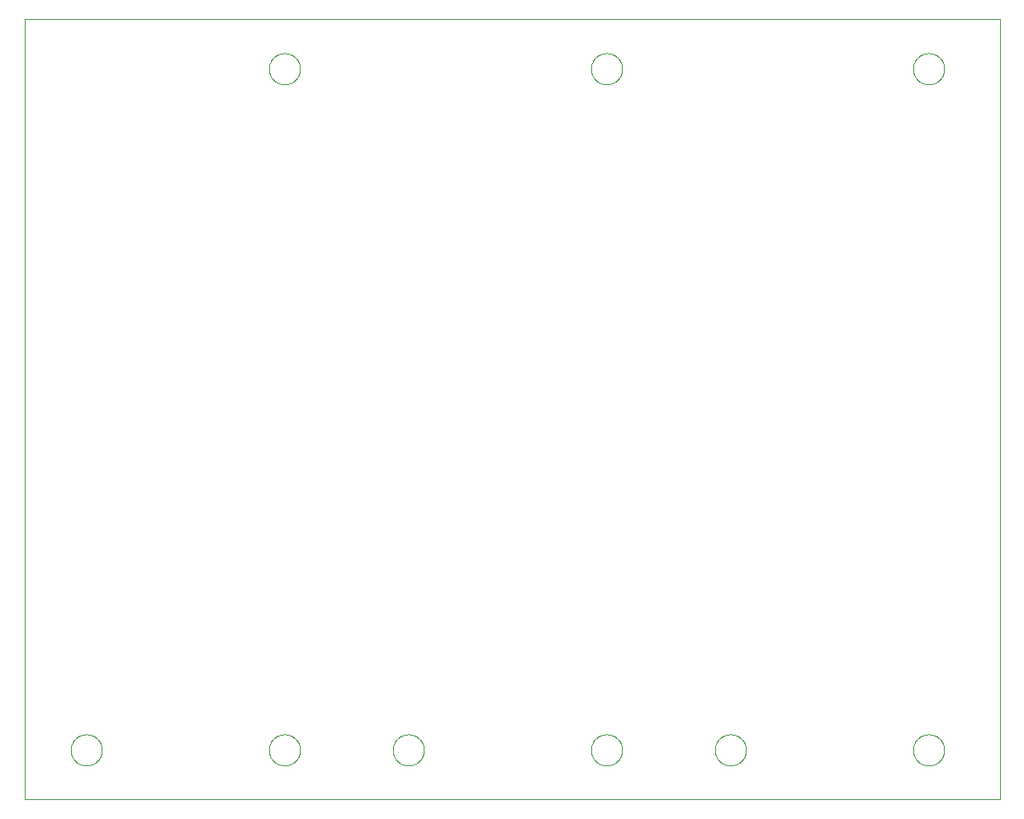
<source format=gtp>
G75*
%MOIN*%
%OFA0B0*%
%FSLAX25Y25*%
%IPPOS*%
%LPD*%
%AMOC8*
5,1,8,0,0,1.08239X$1,22.5*
%
%ADD10C,0.00000*%
D10*
X0001000Y0003000D02*
X0001000Y0317961D01*
X0394701Y0317961D01*
X0394701Y0003000D01*
X0001000Y0003000D01*
X0019701Y0023000D02*
X0019703Y0023158D01*
X0019709Y0023316D01*
X0019719Y0023474D01*
X0019733Y0023632D01*
X0019751Y0023789D01*
X0019772Y0023946D01*
X0019798Y0024102D01*
X0019828Y0024258D01*
X0019861Y0024413D01*
X0019899Y0024566D01*
X0019940Y0024719D01*
X0019985Y0024871D01*
X0020034Y0025022D01*
X0020087Y0025171D01*
X0020143Y0025319D01*
X0020203Y0025465D01*
X0020267Y0025610D01*
X0020335Y0025753D01*
X0020406Y0025895D01*
X0020480Y0026035D01*
X0020558Y0026172D01*
X0020640Y0026308D01*
X0020724Y0026442D01*
X0020813Y0026573D01*
X0020904Y0026702D01*
X0020999Y0026829D01*
X0021096Y0026954D01*
X0021197Y0027076D01*
X0021301Y0027195D01*
X0021408Y0027312D01*
X0021518Y0027426D01*
X0021631Y0027537D01*
X0021746Y0027646D01*
X0021864Y0027751D01*
X0021985Y0027853D01*
X0022108Y0027953D01*
X0022234Y0028049D01*
X0022362Y0028142D01*
X0022492Y0028232D01*
X0022625Y0028318D01*
X0022760Y0028402D01*
X0022896Y0028481D01*
X0023035Y0028558D01*
X0023176Y0028630D01*
X0023318Y0028700D01*
X0023462Y0028765D01*
X0023608Y0028827D01*
X0023755Y0028885D01*
X0023904Y0028940D01*
X0024054Y0028991D01*
X0024205Y0029038D01*
X0024357Y0029081D01*
X0024510Y0029120D01*
X0024665Y0029156D01*
X0024820Y0029187D01*
X0024976Y0029215D01*
X0025132Y0029239D01*
X0025289Y0029259D01*
X0025447Y0029275D01*
X0025604Y0029287D01*
X0025763Y0029295D01*
X0025921Y0029299D01*
X0026079Y0029299D01*
X0026237Y0029295D01*
X0026396Y0029287D01*
X0026553Y0029275D01*
X0026711Y0029259D01*
X0026868Y0029239D01*
X0027024Y0029215D01*
X0027180Y0029187D01*
X0027335Y0029156D01*
X0027490Y0029120D01*
X0027643Y0029081D01*
X0027795Y0029038D01*
X0027946Y0028991D01*
X0028096Y0028940D01*
X0028245Y0028885D01*
X0028392Y0028827D01*
X0028538Y0028765D01*
X0028682Y0028700D01*
X0028824Y0028630D01*
X0028965Y0028558D01*
X0029104Y0028481D01*
X0029240Y0028402D01*
X0029375Y0028318D01*
X0029508Y0028232D01*
X0029638Y0028142D01*
X0029766Y0028049D01*
X0029892Y0027953D01*
X0030015Y0027853D01*
X0030136Y0027751D01*
X0030254Y0027646D01*
X0030369Y0027537D01*
X0030482Y0027426D01*
X0030592Y0027312D01*
X0030699Y0027195D01*
X0030803Y0027076D01*
X0030904Y0026954D01*
X0031001Y0026829D01*
X0031096Y0026702D01*
X0031187Y0026573D01*
X0031276Y0026442D01*
X0031360Y0026308D01*
X0031442Y0026172D01*
X0031520Y0026035D01*
X0031594Y0025895D01*
X0031665Y0025753D01*
X0031733Y0025610D01*
X0031797Y0025465D01*
X0031857Y0025319D01*
X0031913Y0025171D01*
X0031966Y0025022D01*
X0032015Y0024871D01*
X0032060Y0024719D01*
X0032101Y0024566D01*
X0032139Y0024413D01*
X0032172Y0024258D01*
X0032202Y0024102D01*
X0032228Y0023946D01*
X0032249Y0023789D01*
X0032267Y0023632D01*
X0032281Y0023474D01*
X0032291Y0023316D01*
X0032297Y0023158D01*
X0032299Y0023000D01*
X0032297Y0022842D01*
X0032291Y0022684D01*
X0032281Y0022526D01*
X0032267Y0022368D01*
X0032249Y0022211D01*
X0032228Y0022054D01*
X0032202Y0021898D01*
X0032172Y0021742D01*
X0032139Y0021587D01*
X0032101Y0021434D01*
X0032060Y0021281D01*
X0032015Y0021129D01*
X0031966Y0020978D01*
X0031913Y0020829D01*
X0031857Y0020681D01*
X0031797Y0020535D01*
X0031733Y0020390D01*
X0031665Y0020247D01*
X0031594Y0020105D01*
X0031520Y0019965D01*
X0031442Y0019828D01*
X0031360Y0019692D01*
X0031276Y0019558D01*
X0031187Y0019427D01*
X0031096Y0019298D01*
X0031001Y0019171D01*
X0030904Y0019046D01*
X0030803Y0018924D01*
X0030699Y0018805D01*
X0030592Y0018688D01*
X0030482Y0018574D01*
X0030369Y0018463D01*
X0030254Y0018354D01*
X0030136Y0018249D01*
X0030015Y0018147D01*
X0029892Y0018047D01*
X0029766Y0017951D01*
X0029638Y0017858D01*
X0029508Y0017768D01*
X0029375Y0017682D01*
X0029240Y0017598D01*
X0029104Y0017519D01*
X0028965Y0017442D01*
X0028824Y0017370D01*
X0028682Y0017300D01*
X0028538Y0017235D01*
X0028392Y0017173D01*
X0028245Y0017115D01*
X0028096Y0017060D01*
X0027946Y0017009D01*
X0027795Y0016962D01*
X0027643Y0016919D01*
X0027490Y0016880D01*
X0027335Y0016844D01*
X0027180Y0016813D01*
X0027024Y0016785D01*
X0026868Y0016761D01*
X0026711Y0016741D01*
X0026553Y0016725D01*
X0026396Y0016713D01*
X0026237Y0016705D01*
X0026079Y0016701D01*
X0025921Y0016701D01*
X0025763Y0016705D01*
X0025604Y0016713D01*
X0025447Y0016725D01*
X0025289Y0016741D01*
X0025132Y0016761D01*
X0024976Y0016785D01*
X0024820Y0016813D01*
X0024665Y0016844D01*
X0024510Y0016880D01*
X0024357Y0016919D01*
X0024205Y0016962D01*
X0024054Y0017009D01*
X0023904Y0017060D01*
X0023755Y0017115D01*
X0023608Y0017173D01*
X0023462Y0017235D01*
X0023318Y0017300D01*
X0023176Y0017370D01*
X0023035Y0017442D01*
X0022896Y0017519D01*
X0022760Y0017598D01*
X0022625Y0017682D01*
X0022492Y0017768D01*
X0022362Y0017858D01*
X0022234Y0017951D01*
X0022108Y0018047D01*
X0021985Y0018147D01*
X0021864Y0018249D01*
X0021746Y0018354D01*
X0021631Y0018463D01*
X0021518Y0018574D01*
X0021408Y0018688D01*
X0021301Y0018805D01*
X0021197Y0018924D01*
X0021096Y0019046D01*
X0020999Y0019171D01*
X0020904Y0019298D01*
X0020813Y0019427D01*
X0020724Y0019558D01*
X0020640Y0019692D01*
X0020558Y0019828D01*
X0020480Y0019965D01*
X0020406Y0020105D01*
X0020335Y0020247D01*
X0020267Y0020390D01*
X0020203Y0020535D01*
X0020143Y0020681D01*
X0020087Y0020829D01*
X0020034Y0020978D01*
X0019985Y0021129D01*
X0019940Y0021281D01*
X0019899Y0021434D01*
X0019861Y0021587D01*
X0019828Y0021742D01*
X0019798Y0021898D01*
X0019772Y0022054D01*
X0019751Y0022211D01*
X0019733Y0022368D01*
X0019719Y0022526D01*
X0019709Y0022684D01*
X0019703Y0022842D01*
X0019701Y0023000D01*
X0099701Y0023000D02*
X0099703Y0023158D01*
X0099709Y0023316D01*
X0099719Y0023474D01*
X0099733Y0023632D01*
X0099751Y0023789D01*
X0099772Y0023946D01*
X0099798Y0024102D01*
X0099828Y0024258D01*
X0099861Y0024413D01*
X0099899Y0024566D01*
X0099940Y0024719D01*
X0099985Y0024871D01*
X0100034Y0025022D01*
X0100087Y0025171D01*
X0100143Y0025319D01*
X0100203Y0025465D01*
X0100267Y0025610D01*
X0100335Y0025753D01*
X0100406Y0025895D01*
X0100480Y0026035D01*
X0100558Y0026172D01*
X0100640Y0026308D01*
X0100724Y0026442D01*
X0100813Y0026573D01*
X0100904Y0026702D01*
X0100999Y0026829D01*
X0101096Y0026954D01*
X0101197Y0027076D01*
X0101301Y0027195D01*
X0101408Y0027312D01*
X0101518Y0027426D01*
X0101631Y0027537D01*
X0101746Y0027646D01*
X0101864Y0027751D01*
X0101985Y0027853D01*
X0102108Y0027953D01*
X0102234Y0028049D01*
X0102362Y0028142D01*
X0102492Y0028232D01*
X0102625Y0028318D01*
X0102760Y0028402D01*
X0102896Y0028481D01*
X0103035Y0028558D01*
X0103176Y0028630D01*
X0103318Y0028700D01*
X0103462Y0028765D01*
X0103608Y0028827D01*
X0103755Y0028885D01*
X0103904Y0028940D01*
X0104054Y0028991D01*
X0104205Y0029038D01*
X0104357Y0029081D01*
X0104510Y0029120D01*
X0104665Y0029156D01*
X0104820Y0029187D01*
X0104976Y0029215D01*
X0105132Y0029239D01*
X0105289Y0029259D01*
X0105447Y0029275D01*
X0105604Y0029287D01*
X0105763Y0029295D01*
X0105921Y0029299D01*
X0106079Y0029299D01*
X0106237Y0029295D01*
X0106396Y0029287D01*
X0106553Y0029275D01*
X0106711Y0029259D01*
X0106868Y0029239D01*
X0107024Y0029215D01*
X0107180Y0029187D01*
X0107335Y0029156D01*
X0107490Y0029120D01*
X0107643Y0029081D01*
X0107795Y0029038D01*
X0107946Y0028991D01*
X0108096Y0028940D01*
X0108245Y0028885D01*
X0108392Y0028827D01*
X0108538Y0028765D01*
X0108682Y0028700D01*
X0108824Y0028630D01*
X0108965Y0028558D01*
X0109104Y0028481D01*
X0109240Y0028402D01*
X0109375Y0028318D01*
X0109508Y0028232D01*
X0109638Y0028142D01*
X0109766Y0028049D01*
X0109892Y0027953D01*
X0110015Y0027853D01*
X0110136Y0027751D01*
X0110254Y0027646D01*
X0110369Y0027537D01*
X0110482Y0027426D01*
X0110592Y0027312D01*
X0110699Y0027195D01*
X0110803Y0027076D01*
X0110904Y0026954D01*
X0111001Y0026829D01*
X0111096Y0026702D01*
X0111187Y0026573D01*
X0111276Y0026442D01*
X0111360Y0026308D01*
X0111442Y0026172D01*
X0111520Y0026035D01*
X0111594Y0025895D01*
X0111665Y0025753D01*
X0111733Y0025610D01*
X0111797Y0025465D01*
X0111857Y0025319D01*
X0111913Y0025171D01*
X0111966Y0025022D01*
X0112015Y0024871D01*
X0112060Y0024719D01*
X0112101Y0024566D01*
X0112139Y0024413D01*
X0112172Y0024258D01*
X0112202Y0024102D01*
X0112228Y0023946D01*
X0112249Y0023789D01*
X0112267Y0023632D01*
X0112281Y0023474D01*
X0112291Y0023316D01*
X0112297Y0023158D01*
X0112299Y0023000D01*
X0112297Y0022842D01*
X0112291Y0022684D01*
X0112281Y0022526D01*
X0112267Y0022368D01*
X0112249Y0022211D01*
X0112228Y0022054D01*
X0112202Y0021898D01*
X0112172Y0021742D01*
X0112139Y0021587D01*
X0112101Y0021434D01*
X0112060Y0021281D01*
X0112015Y0021129D01*
X0111966Y0020978D01*
X0111913Y0020829D01*
X0111857Y0020681D01*
X0111797Y0020535D01*
X0111733Y0020390D01*
X0111665Y0020247D01*
X0111594Y0020105D01*
X0111520Y0019965D01*
X0111442Y0019828D01*
X0111360Y0019692D01*
X0111276Y0019558D01*
X0111187Y0019427D01*
X0111096Y0019298D01*
X0111001Y0019171D01*
X0110904Y0019046D01*
X0110803Y0018924D01*
X0110699Y0018805D01*
X0110592Y0018688D01*
X0110482Y0018574D01*
X0110369Y0018463D01*
X0110254Y0018354D01*
X0110136Y0018249D01*
X0110015Y0018147D01*
X0109892Y0018047D01*
X0109766Y0017951D01*
X0109638Y0017858D01*
X0109508Y0017768D01*
X0109375Y0017682D01*
X0109240Y0017598D01*
X0109104Y0017519D01*
X0108965Y0017442D01*
X0108824Y0017370D01*
X0108682Y0017300D01*
X0108538Y0017235D01*
X0108392Y0017173D01*
X0108245Y0017115D01*
X0108096Y0017060D01*
X0107946Y0017009D01*
X0107795Y0016962D01*
X0107643Y0016919D01*
X0107490Y0016880D01*
X0107335Y0016844D01*
X0107180Y0016813D01*
X0107024Y0016785D01*
X0106868Y0016761D01*
X0106711Y0016741D01*
X0106553Y0016725D01*
X0106396Y0016713D01*
X0106237Y0016705D01*
X0106079Y0016701D01*
X0105921Y0016701D01*
X0105763Y0016705D01*
X0105604Y0016713D01*
X0105447Y0016725D01*
X0105289Y0016741D01*
X0105132Y0016761D01*
X0104976Y0016785D01*
X0104820Y0016813D01*
X0104665Y0016844D01*
X0104510Y0016880D01*
X0104357Y0016919D01*
X0104205Y0016962D01*
X0104054Y0017009D01*
X0103904Y0017060D01*
X0103755Y0017115D01*
X0103608Y0017173D01*
X0103462Y0017235D01*
X0103318Y0017300D01*
X0103176Y0017370D01*
X0103035Y0017442D01*
X0102896Y0017519D01*
X0102760Y0017598D01*
X0102625Y0017682D01*
X0102492Y0017768D01*
X0102362Y0017858D01*
X0102234Y0017951D01*
X0102108Y0018047D01*
X0101985Y0018147D01*
X0101864Y0018249D01*
X0101746Y0018354D01*
X0101631Y0018463D01*
X0101518Y0018574D01*
X0101408Y0018688D01*
X0101301Y0018805D01*
X0101197Y0018924D01*
X0101096Y0019046D01*
X0100999Y0019171D01*
X0100904Y0019298D01*
X0100813Y0019427D01*
X0100724Y0019558D01*
X0100640Y0019692D01*
X0100558Y0019828D01*
X0100480Y0019965D01*
X0100406Y0020105D01*
X0100335Y0020247D01*
X0100267Y0020390D01*
X0100203Y0020535D01*
X0100143Y0020681D01*
X0100087Y0020829D01*
X0100034Y0020978D01*
X0099985Y0021129D01*
X0099940Y0021281D01*
X0099899Y0021434D01*
X0099861Y0021587D01*
X0099828Y0021742D01*
X0099798Y0021898D01*
X0099772Y0022054D01*
X0099751Y0022211D01*
X0099733Y0022368D01*
X0099719Y0022526D01*
X0099709Y0022684D01*
X0099703Y0022842D01*
X0099701Y0023000D01*
X0149701Y0023000D02*
X0149703Y0023158D01*
X0149709Y0023316D01*
X0149719Y0023474D01*
X0149733Y0023632D01*
X0149751Y0023789D01*
X0149772Y0023946D01*
X0149798Y0024102D01*
X0149828Y0024258D01*
X0149861Y0024413D01*
X0149899Y0024566D01*
X0149940Y0024719D01*
X0149985Y0024871D01*
X0150034Y0025022D01*
X0150087Y0025171D01*
X0150143Y0025319D01*
X0150203Y0025465D01*
X0150267Y0025610D01*
X0150335Y0025753D01*
X0150406Y0025895D01*
X0150480Y0026035D01*
X0150558Y0026172D01*
X0150640Y0026308D01*
X0150724Y0026442D01*
X0150813Y0026573D01*
X0150904Y0026702D01*
X0150999Y0026829D01*
X0151096Y0026954D01*
X0151197Y0027076D01*
X0151301Y0027195D01*
X0151408Y0027312D01*
X0151518Y0027426D01*
X0151631Y0027537D01*
X0151746Y0027646D01*
X0151864Y0027751D01*
X0151985Y0027853D01*
X0152108Y0027953D01*
X0152234Y0028049D01*
X0152362Y0028142D01*
X0152492Y0028232D01*
X0152625Y0028318D01*
X0152760Y0028402D01*
X0152896Y0028481D01*
X0153035Y0028558D01*
X0153176Y0028630D01*
X0153318Y0028700D01*
X0153462Y0028765D01*
X0153608Y0028827D01*
X0153755Y0028885D01*
X0153904Y0028940D01*
X0154054Y0028991D01*
X0154205Y0029038D01*
X0154357Y0029081D01*
X0154510Y0029120D01*
X0154665Y0029156D01*
X0154820Y0029187D01*
X0154976Y0029215D01*
X0155132Y0029239D01*
X0155289Y0029259D01*
X0155447Y0029275D01*
X0155604Y0029287D01*
X0155763Y0029295D01*
X0155921Y0029299D01*
X0156079Y0029299D01*
X0156237Y0029295D01*
X0156396Y0029287D01*
X0156553Y0029275D01*
X0156711Y0029259D01*
X0156868Y0029239D01*
X0157024Y0029215D01*
X0157180Y0029187D01*
X0157335Y0029156D01*
X0157490Y0029120D01*
X0157643Y0029081D01*
X0157795Y0029038D01*
X0157946Y0028991D01*
X0158096Y0028940D01*
X0158245Y0028885D01*
X0158392Y0028827D01*
X0158538Y0028765D01*
X0158682Y0028700D01*
X0158824Y0028630D01*
X0158965Y0028558D01*
X0159104Y0028481D01*
X0159240Y0028402D01*
X0159375Y0028318D01*
X0159508Y0028232D01*
X0159638Y0028142D01*
X0159766Y0028049D01*
X0159892Y0027953D01*
X0160015Y0027853D01*
X0160136Y0027751D01*
X0160254Y0027646D01*
X0160369Y0027537D01*
X0160482Y0027426D01*
X0160592Y0027312D01*
X0160699Y0027195D01*
X0160803Y0027076D01*
X0160904Y0026954D01*
X0161001Y0026829D01*
X0161096Y0026702D01*
X0161187Y0026573D01*
X0161276Y0026442D01*
X0161360Y0026308D01*
X0161442Y0026172D01*
X0161520Y0026035D01*
X0161594Y0025895D01*
X0161665Y0025753D01*
X0161733Y0025610D01*
X0161797Y0025465D01*
X0161857Y0025319D01*
X0161913Y0025171D01*
X0161966Y0025022D01*
X0162015Y0024871D01*
X0162060Y0024719D01*
X0162101Y0024566D01*
X0162139Y0024413D01*
X0162172Y0024258D01*
X0162202Y0024102D01*
X0162228Y0023946D01*
X0162249Y0023789D01*
X0162267Y0023632D01*
X0162281Y0023474D01*
X0162291Y0023316D01*
X0162297Y0023158D01*
X0162299Y0023000D01*
X0162297Y0022842D01*
X0162291Y0022684D01*
X0162281Y0022526D01*
X0162267Y0022368D01*
X0162249Y0022211D01*
X0162228Y0022054D01*
X0162202Y0021898D01*
X0162172Y0021742D01*
X0162139Y0021587D01*
X0162101Y0021434D01*
X0162060Y0021281D01*
X0162015Y0021129D01*
X0161966Y0020978D01*
X0161913Y0020829D01*
X0161857Y0020681D01*
X0161797Y0020535D01*
X0161733Y0020390D01*
X0161665Y0020247D01*
X0161594Y0020105D01*
X0161520Y0019965D01*
X0161442Y0019828D01*
X0161360Y0019692D01*
X0161276Y0019558D01*
X0161187Y0019427D01*
X0161096Y0019298D01*
X0161001Y0019171D01*
X0160904Y0019046D01*
X0160803Y0018924D01*
X0160699Y0018805D01*
X0160592Y0018688D01*
X0160482Y0018574D01*
X0160369Y0018463D01*
X0160254Y0018354D01*
X0160136Y0018249D01*
X0160015Y0018147D01*
X0159892Y0018047D01*
X0159766Y0017951D01*
X0159638Y0017858D01*
X0159508Y0017768D01*
X0159375Y0017682D01*
X0159240Y0017598D01*
X0159104Y0017519D01*
X0158965Y0017442D01*
X0158824Y0017370D01*
X0158682Y0017300D01*
X0158538Y0017235D01*
X0158392Y0017173D01*
X0158245Y0017115D01*
X0158096Y0017060D01*
X0157946Y0017009D01*
X0157795Y0016962D01*
X0157643Y0016919D01*
X0157490Y0016880D01*
X0157335Y0016844D01*
X0157180Y0016813D01*
X0157024Y0016785D01*
X0156868Y0016761D01*
X0156711Y0016741D01*
X0156553Y0016725D01*
X0156396Y0016713D01*
X0156237Y0016705D01*
X0156079Y0016701D01*
X0155921Y0016701D01*
X0155763Y0016705D01*
X0155604Y0016713D01*
X0155447Y0016725D01*
X0155289Y0016741D01*
X0155132Y0016761D01*
X0154976Y0016785D01*
X0154820Y0016813D01*
X0154665Y0016844D01*
X0154510Y0016880D01*
X0154357Y0016919D01*
X0154205Y0016962D01*
X0154054Y0017009D01*
X0153904Y0017060D01*
X0153755Y0017115D01*
X0153608Y0017173D01*
X0153462Y0017235D01*
X0153318Y0017300D01*
X0153176Y0017370D01*
X0153035Y0017442D01*
X0152896Y0017519D01*
X0152760Y0017598D01*
X0152625Y0017682D01*
X0152492Y0017768D01*
X0152362Y0017858D01*
X0152234Y0017951D01*
X0152108Y0018047D01*
X0151985Y0018147D01*
X0151864Y0018249D01*
X0151746Y0018354D01*
X0151631Y0018463D01*
X0151518Y0018574D01*
X0151408Y0018688D01*
X0151301Y0018805D01*
X0151197Y0018924D01*
X0151096Y0019046D01*
X0150999Y0019171D01*
X0150904Y0019298D01*
X0150813Y0019427D01*
X0150724Y0019558D01*
X0150640Y0019692D01*
X0150558Y0019828D01*
X0150480Y0019965D01*
X0150406Y0020105D01*
X0150335Y0020247D01*
X0150267Y0020390D01*
X0150203Y0020535D01*
X0150143Y0020681D01*
X0150087Y0020829D01*
X0150034Y0020978D01*
X0149985Y0021129D01*
X0149940Y0021281D01*
X0149899Y0021434D01*
X0149861Y0021587D01*
X0149828Y0021742D01*
X0149798Y0021898D01*
X0149772Y0022054D01*
X0149751Y0022211D01*
X0149733Y0022368D01*
X0149719Y0022526D01*
X0149709Y0022684D01*
X0149703Y0022842D01*
X0149701Y0023000D01*
X0229701Y0023000D02*
X0229703Y0023158D01*
X0229709Y0023316D01*
X0229719Y0023474D01*
X0229733Y0023632D01*
X0229751Y0023789D01*
X0229772Y0023946D01*
X0229798Y0024102D01*
X0229828Y0024258D01*
X0229861Y0024413D01*
X0229899Y0024566D01*
X0229940Y0024719D01*
X0229985Y0024871D01*
X0230034Y0025022D01*
X0230087Y0025171D01*
X0230143Y0025319D01*
X0230203Y0025465D01*
X0230267Y0025610D01*
X0230335Y0025753D01*
X0230406Y0025895D01*
X0230480Y0026035D01*
X0230558Y0026172D01*
X0230640Y0026308D01*
X0230724Y0026442D01*
X0230813Y0026573D01*
X0230904Y0026702D01*
X0230999Y0026829D01*
X0231096Y0026954D01*
X0231197Y0027076D01*
X0231301Y0027195D01*
X0231408Y0027312D01*
X0231518Y0027426D01*
X0231631Y0027537D01*
X0231746Y0027646D01*
X0231864Y0027751D01*
X0231985Y0027853D01*
X0232108Y0027953D01*
X0232234Y0028049D01*
X0232362Y0028142D01*
X0232492Y0028232D01*
X0232625Y0028318D01*
X0232760Y0028402D01*
X0232896Y0028481D01*
X0233035Y0028558D01*
X0233176Y0028630D01*
X0233318Y0028700D01*
X0233462Y0028765D01*
X0233608Y0028827D01*
X0233755Y0028885D01*
X0233904Y0028940D01*
X0234054Y0028991D01*
X0234205Y0029038D01*
X0234357Y0029081D01*
X0234510Y0029120D01*
X0234665Y0029156D01*
X0234820Y0029187D01*
X0234976Y0029215D01*
X0235132Y0029239D01*
X0235289Y0029259D01*
X0235447Y0029275D01*
X0235604Y0029287D01*
X0235763Y0029295D01*
X0235921Y0029299D01*
X0236079Y0029299D01*
X0236237Y0029295D01*
X0236396Y0029287D01*
X0236553Y0029275D01*
X0236711Y0029259D01*
X0236868Y0029239D01*
X0237024Y0029215D01*
X0237180Y0029187D01*
X0237335Y0029156D01*
X0237490Y0029120D01*
X0237643Y0029081D01*
X0237795Y0029038D01*
X0237946Y0028991D01*
X0238096Y0028940D01*
X0238245Y0028885D01*
X0238392Y0028827D01*
X0238538Y0028765D01*
X0238682Y0028700D01*
X0238824Y0028630D01*
X0238965Y0028558D01*
X0239104Y0028481D01*
X0239240Y0028402D01*
X0239375Y0028318D01*
X0239508Y0028232D01*
X0239638Y0028142D01*
X0239766Y0028049D01*
X0239892Y0027953D01*
X0240015Y0027853D01*
X0240136Y0027751D01*
X0240254Y0027646D01*
X0240369Y0027537D01*
X0240482Y0027426D01*
X0240592Y0027312D01*
X0240699Y0027195D01*
X0240803Y0027076D01*
X0240904Y0026954D01*
X0241001Y0026829D01*
X0241096Y0026702D01*
X0241187Y0026573D01*
X0241276Y0026442D01*
X0241360Y0026308D01*
X0241442Y0026172D01*
X0241520Y0026035D01*
X0241594Y0025895D01*
X0241665Y0025753D01*
X0241733Y0025610D01*
X0241797Y0025465D01*
X0241857Y0025319D01*
X0241913Y0025171D01*
X0241966Y0025022D01*
X0242015Y0024871D01*
X0242060Y0024719D01*
X0242101Y0024566D01*
X0242139Y0024413D01*
X0242172Y0024258D01*
X0242202Y0024102D01*
X0242228Y0023946D01*
X0242249Y0023789D01*
X0242267Y0023632D01*
X0242281Y0023474D01*
X0242291Y0023316D01*
X0242297Y0023158D01*
X0242299Y0023000D01*
X0242297Y0022842D01*
X0242291Y0022684D01*
X0242281Y0022526D01*
X0242267Y0022368D01*
X0242249Y0022211D01*
X0242228Y0022054D01*
X0242202Y0021898D01*
X0242172Y0021742D01*
X0242139Y0021587D01*
X0242101Y0021434D01*
X0242060Y0021281D01*
X0242015Y0021129D01*
X0241966Y0020978D01*
X0241913Y0020829D01*
X0241857Y0020681D01*
X0241797Y0020535D01*
X0241733Y0020390D01*
X0241665Y0020247D01*
X0241594Y0020105D01*
X0241520Y0019965D01*
X0241442Y0019828D01*
X0241360Y0019692D01*
X0241276Y0019558D01*
X0241187Y0019427D01*
X0241096Y0019298D01*
X0241001Y0019171D01*
X0240904Y0019046D01*
X0240803Y0018924D01*
X0240699Y0018805D01*
X0240592Y0018688D01*
X0240482Y0018574D01*
X0240369Y0018463D01*
X0240254Y0018354D01*
X0240136Y0018249D01*
X0240015Y0018147D01*
X0239892Y0018047D01*
X0239766Y0017951D01*
X0239638Y0017858D01*
X0239508Y0017768D01*
X0239375Y0017682D01*
X0239240Y0017598D01*
X0239104Y0017519D01*
X0238965Y0017442D01*
X0238824Y0017370D01*
X0238682Y0017300D01*
X0238538Y0017235D01*
X0238392Y0017173D01*
X0238245Y0017115D01*
X0238096Y0017060D01*
X0237946Y0017009D01*
X0237795Y0016962D01*
X0237643Y0016919D01*
X0237490Y0016880D01*
X0237335Y0016844D01*
X0237180Y0016813D01*
X0237024Y0016785D01*
X0236868Y0016761D01*
X0236711Y0016741D01*
X0236553Y0016725D01*
X0236396Y0016713D01*
X0236237Y0016705D01*
X0236079Y0016701D01*
X0235921Y0016701D01*
X0235763Y0016705D01*
X0235604Y0016713D01*
X0235447Y0016725D01*
X0235289Y0016741D01*
X0235132Y0016761D01*
X0234976Y0016785D01*
X0234820Y0016813D01*
X0234665Y0016844D01*
X0234510Y0016880D01*
X0234357Y0016919D01*
X0234205Y0016962D01*
X0234054Y0017009D01*
X0233904Y0017060D01*
X0233755Y0017115D01*
X0233608Y0017173D01*
X0233462Y0017235D01*
X0233318Y0017300D01*
X0233176Y0017370D01*
X0233035Y0017442D01*
X0232896Y0017519D01*
X0232760Y0017598D01*
X0232625Y0017682D01*
X0232492Y0017768D01*
X0232362Y0017858D01*
X0232234Y0017951D01*
X0232108Y0018047D01*
X0231985Y0018147D01*
X0231864Y0018249D01*
X0231746Y0018354D01*
X0231631Y0018463D01*
X0231518Y0018574D01*
X0231408Y0018688D01*
X0231301Y0018805D01*
X0231197Y0018924D01*
X0231096Y0019046D01*
X0230999Y0019171D01*
X0230904Y0019298D01*
X0230813Y0019427D01*
X0230724Y0019558D01*
X0230640Y0019692D01*
X0230558Y0019828D01*
X0230480Y0019965D01*
X0230406Y0020105D01*
X0230335Y0020247D01*
X0230267Y0020390D01*
X0230203Y0020535D01*
X0230143Y0020681D01*
X0230087Y0020829D01*
X0230034Y0020978D01*
X0229985Y0021129D01*
X0229940Y0021281D01*
X0229899Y0021434D01*
X0229861Y0021587D01*
X0229828Y0021742D01*
X0229798Y0021898D01*
X0229772Y0022054D01*
X0229751Y0022211D01*
X0229733Y0022368D01*
X0229719Y0022526D01*
X0229709Y0022684D01*
X0229703Y0022842D01*
X0229701Y0023000D01*
X0279701Y0023000D02*
X0279703Y0023158D01*
X0279709Y0023316D01*
X0279719Y0023474D01*
X0279733Y0023632D01*
X0279751Y0023789D01*
X0279772Y0023946D01*
X0279798Y0024102D01*
X0279828Y0024258D01*
X0279861Y0024413D01*
X0279899Y0024566D01*
X0279940Y0024719D01*
X0279985Y0024871D01*
X0280034Y0025022D01*
X0280087Y0025171D01*
X0280143Y0025319D01*
X0280203Y0025465D01*
X0280267Y0025610D01*
X0280335Y0025753D01*
X0280406Y0025895D01*
X0280480Y0026035D01*
X0280558Y0026172D01*
X0280640Y0026308D01*
X0280724Y0026442D01*
X0280813Y0026573D01*
X0280904Y0026702D01*
X0280999Y0026829D01*
X0281096Y0026954D01*
X0281197Y0027076D01*
X0281301Y0027195D01*
X0281408Y0027312D01*
X0281518Y0027426D01*
X0281631Y0027537D01*
X0281746Y0027646D01*
X0281864Y0027751D01*
X0281985Y0027853D01*
X0282108Y0027953D01*
X0282234Y0028049D01*
X0282362Y0028142D01*
X0282492Y0028232D01*
X0282625Y0028318D01*
X0282760Y0028402D01*
X0282896Y0028481D01*
X0283035Y0028558D01*
X0283176Y0028630D01*
X0283318Y0028700D01*
X0283462Y0028765D01*
X0283608Y0028827D01*
X0283755Y0028885D01*
X0283904Y0028940D01*
X0284054Y0028991D01*
X0284205Y0029038D01*
X0284357Y0029081D01*
X0284510Y0029120D01*
X0284665Y0029156D01*
X0284820Y0029187D01*
X0284976Y0029215D01*
X0285132Y0029239D01*
X0285289Y0029259D01*
X0285447Y0029275D01*
X0285604Y0029287D01*
X0285763Y0029295D01*
X0285921Y0029299D01*
X0286079Y0029299D01*
X0286237Y0029295D01*
X0286396Y0029287D01*
X0286553Y0029275D01*
X0286711Y0029259D01*
X0286868Y0029239D01*
X0287024Y0029215D01*
X0287180Y0029187D01*
X0287335Y0029156D01*
X0287490Y0029120D01*
X0287643Y0029081D01*
X0287795Y0029038D01*
X0287946Y0028991D01*
X0288096Y0028940D01*
X0288245Y0028885D01*
X0288392Y0028827D01*
X0288538Y0028765D01*
X0288682Y0028700D01*
X0288824Y0028630D01*
X0288965Y0028558D01*
X0289104Y0028481D01*
X0289240Y0028402D01*
X0289375Y0028318D01*
X0289508Y0028232D01*
X0289638Y0028142D01*
X0289766Y0028049D01*
X0289892Y0027953D01*
X0290015Y0027853D01*
X0290136Y0027751D01*
X0290254Y0027646D01*
X0290369Y0027537D01*
X0290482Y0027426D01*
X0290592Y0027312D01*
X0290699Y0027195D01*
X0290803Y0027076D01*
X0290904Y0026954D01*
X0291001Y0026829D01*
X0291096Y0026702D01*
X0291187Y0026573D01*
X0291276Y0026442D01*
X0291360Y0026308D01*
X0291442Y0026172D01*
X0291520Y0026035D01*
X0291594Y0025895D01*
X0291665Y0025753D01*
X0291733Y0025610D01*
X0291797Y0025465D01*
X0291857Y0025319D01*
X0291913Y0025171D01*
X0291966Y0025022D01*
X0292015Y0024871D01*
X0292060Y0024719D01*
X0292101Y0024566D01*
X0292139Y0024413D01*
X0292172Y0024258D01*
X0292202Y0024102D01*
X0292228Y0023946D01*
X0292249Y0023789D01*
X0292267Y0023632D01*
X0292281Y0023474D01*
X0292291Y0023316D01*
X0292297Y0023158D01*
X0292299Y0023000D01*
X0292297Y0022842D01*
X0292291Y0022684D01*
X0292281Y0022526D01*
X0292267Y0022368D01*
X0292249Y0022211D01*
X0292228Y0022054D01*
X0292202Y0021898D01*
X0292172Y0021742D01*
X0292139Y0021587D01*
X0292101Y0021434D01*
X0292060Y0021281D01*
X0292015Y0021129D01*
X0291966Y0020978D01*
X0291913Y0020829D01*
X0291857Y0020681D01*
X0291797Y0020535D01*
X0291733Y0020390D01*
X0291665Y0020247D01*
X0291594Y0020105D01*
X0291520Y0019965D01*
X0291442Y0019828D01*
X0291360Y0019692D01*
X0291276Y0019558D01*
X0291187Y0019427D01*
X0291096Y0019298D01*
X0291001Y0019171D01*
X0290904Y0019046D01*
X0290803Y0018924D01*
X0290699Y0018805D01*
X0290592Y0018688D01*
X0290482Y0018574D01*
X0290369Y0018463D01*
X0290254Y0018354D01*
X0290136Y0018249D01*
X0290015Y0018147D01*
X0289892Y0018047D01*
X0289766Y0017951D01*
X0289638Y0017858D01*
X0289508Y0017768D01*
X0289375Y0017682D01*
X0289240Y0017598D01*
X0289104Y0017519D01*
X0288965Y0017442D01*
X0288824Y0017370D01*
X0288682Y0017300D01*
X0288538Y0017235D01*
X0288392Y0017173D01*
X0288245Y0017115D01*
X0288096Y0017060D01*
X0287946Y0017009D01*
X0287795Y0016962D01*
X0287643Y0016919D01*
X0287490Y0016880D01*
X0287335Y0016844D01*
X0287180Y0016813D01*
X0287024Y0016785D01*
X0286868Y0016761D01*
X0286711Y0016741D01*
X0286553Y0016725D01*
X0286396Y0016713D01*
X0286237Y0016705D01*
X0286079Y0016701D01*
X0285921Y0016701D01*
X0285763Y0016705D01*
X0285604Y0016713D01*
X0285447Y0016725D01*
X0285289Y0016741D01*
X0285132Y0016761D01*
X0284976Y0016785D01*
X0284820Y0016813D01*
X0284665Y0016844D01*
X0284510Y0016880D01*
X0284357Y0016919D01*
X0284205Y0016962D01*
X0284054Y0017009D01*
X0283904Y0017060D01*
X0283755Y0017115D01*
X0283608Y0017173D01*
X0283462Y0017235D01*
X0283318Y0017300D01*
X0283176Y0017370D01*
X0283035Y0017442D01*
X0282896Y0017519D01*
X0282760Y0017598D01*
X0282625Y0017682D01*
X0282492Y0017768D01*
X0282362Y0017858D01*
X0282234Y0017951D01*
X0282108Y0018047D01*
X0281985Y0018147D01*
X0281864Y0018249D01*
X0281746Y0018354D01*
X0281631Y0018463D01*
X0281518Y0018574D01*
X0281408Y0018688D01*
X0281301Y0018805D01*
X0281197Y0018924D01*
X0281096Y0019046D01*
X0280999Y0019171D01*
X0280904Y0019298D01*
X0280813Y0019427D01*
X0280724Y0019558D01*
X0280640Y0019692D01*
X0280558Y0019828D01*
X0280480Y0019965D01*
X0280406Y0020105D01*
X0280335Y0020247D01*
X0280267Y0020390D01*
X0280203Y0020535D01*
X0280143Y0020681D01*
X0280087Y0020829D01*
X0280034Y0020978D01*
X0279985Y0021129D01*
X0279940Y0021281D01*
X0279899Y0021434D01*
X0279861Y0021587D01*
X0279828Y0021742D01*
X0279798Y0021898D01*
X0279772Y0022054D01*
X0279751Y0022211D01*
X0279733Y0022368D01*
X0279719Y0022526D01*
X0279709Y0022684D01*
X0279703Y0022842D01*
X0279701Y0023000D01*
X0359701Y0023000D02*
X0359703Y0023158D01*
X0359709Y0023316D01*
X0359719Y0023474D01*
X0359733Y0023632D01*
X0359751Y0023789D01*
X0359772Y0023946D01*
X0359798Y0024102D01*
X0359828Y0024258D01*
X0359861Y0024413D01*
X0359899Y0024566D01*
X0359940Y0024719D01*
X0359985Y0024871D01*
X0360034Y0025022D01*
X0360087Y0025171D01*
X0360143Y0025319D01*
X0360203Y0025465D01*
X0360267Y0025610D01*
X0360335Y0025753D01*
X0360406Y0025895D01*
X0360480Y0026035D01*
X0360558Y0026172D01*
X0360640Y0026308D01*
X0360724Y0026442D01*
X0360813Y0026573D01*
X0360904Y0026702D01*
X0360999Y0026829D01*
X0361096Y0026954D01*
X0361197Y0027076D01*
X0361301Y0027195D01*
X0361408Y0027312D01*
X0361518Y0027426D01*
X0361631Y0027537D01*
X0361746Y0027646D01*
X0361864Y0027751D01*
X0361985Y0027853D01*
X0362108Y0027953D01*
X0362234Y0028049D01*
X0362362Y0028142D01*
X0362492Y0028232D01*
X0362625Y0028318D01*
X0362760Y0028402D01*
X0362896Y0028481D01*
X0363035Y0028558D01*
X0363176Y0028630D01*
X0363318Y0028700D01*
X0363462Y0028765D01*
X0363608Y0028827D01*
X0363755Y0028885D01*
X0363904Y0028940D01*
X0364054Y0028991D01*
X0364205Y0029038D01*
X0364357Y0029081D01*
X0364510Y0029120D01*
X0364665Y0029156D01*
X0364820Y0029187D01*
X0364976Y0029215D01*
X0365132Y0029239D01*
X0365289Y0029259D01*
X0365447Y0029275D01*
X0365604Y0029287D01*
X0365763Y0029295D01*
X0365921Y0029299D01*
X0366079Y0029299D01*
X0366237Y0029295D01*
X0366396Y0029287D01*
X0366553Y0029275D01*
X0366711Y0029259D01*
X0366868Y0029239D01*
X0367024Y0029215D01*
X0367180Y0029187D01*
X0367335Y0029156D01*
X0367490Y0029120D01*
X0367643Y0029081D01*
X0367795Y0029038D01*
X0367946Y0028991D01*
X0368096Y0028940D01*
X0368245Y0028885D01*
X0368392Y0028827D01*
X0368538Y0028765D01*
X0368682Y0028700D01*
X0368824Y0028630D01*
X0368965Y0028558D01*
X0369104Y0028481D01*
X0369240Y0028402D01*
X0369375Y0028318D01*
X0369508Y0028232D01*
X0369638Y0028142D01*
X0369766Y0028049D01*
X0369892Y0027953D01*
X0370015Y0027853D01*
X0370136Y0027751D01*
X0370254Y0027646D01*
X0370369Y0027537D01*
X0370482Y0027426D01*
X0370592Y0027312D01*
X0370699Y0027195D01*
X0370803Y0027076D01*
X0370904Y0026954D01*
X0371001Y0026829D01*
X0371096Y0026702D01*
X0371187Y0026573D01*
X0371276Y0026442D01*
X0371360Y0026308D01*
X0371442Y0026172D01*
X0371520Y0026035D01*
X0371594Y0025895D01*
X0371665Y0025753D01*
X0371733Y0025610D01*
X0371797Y0025465D01*
X0371857Y0025319D01*
X0371913Y0025171D01*
X0371966Y0025022D01*
X0372015Y0024871D01*
X0372060Y0024719D01*
X0372101Y0024566D01*
X0372139Y0024413D01*
X0372172Y0024258D01*
X0372202Y0024102D01*
X0372228Y0023946D01*
X0372249Y0023789D01*
X0372267Y0023632D01*
X0372281Y0023474D01*
X0372291Y0023316D01*
X0372297Y0023158D01*
X0372299Y0023000D01*
X0372297Y0022842D01*
X0372291Y0022684D01*
X0372281Y0022526D01*
X0372267Y0022368D01*
X0372249Y0022211D01*
X0372228Y0022054D01*
X0372202Y0021898D01*
X0372172Y0021742D01*
X0372139Y0021587D01*
X0372101Y0021434D01*
X0372060Y0021281D01*
X0372015Y0021129D01*
X0371966Y0020978D01*
X0371913Y0020829D01*
X0371857Y0020681D01*
X0371797Y0020535D01*
X0371733Y0020390D01*
X0371665Y0020247D01*
X0371594Y0020105D01*
X0371520Y0019965D01*
X0371442Y0019828D01*
X0371360Y0019692D01*
X0371276Y0019558D01*
X0371187Y0019427D01*
X0371096Y0019298D01*
X0371001Y0019171D01*
X0370904Y0019046D01*
X0370803Y0018924D01*
X0370699Y0018805D01*
X0370592Y0018688D01*
X0370482Y0018574D01*
X0370369Y0018463D01*
X0370254Y0018354D01*
X0370136Y0018249D01*
X0370015Y0018147D01*
X0369892Y0018047D01*
X0369766Y0017951D01*
X0369638Y0017858D01*
X0369508Y0017768D01*
X0369375Y0017682D01*
X0369240Y0017598D01*
X0369104Y0017519D01*
X0368965Y0017442D01*
X0368824Y0017370D01*
X0368682Y0017300D01*
X0368538Y0017235D01*
X0368392Y0017173D01*
X0368245Y0017115D01*
X0368096Y0017060D01*
X0367946Y0017009D01*
X0367795Y0016962D01*
X0367643Y0016919D01*
X0367490Y0016880D01*
X0367335Y0016844D01*
X0367180Y0016813D01*
X0367024Y0016785D01*
X0366868Y0016761D01*
X0366711Y0016741D01*
X0366553Y0016725D01*
X0366396Y0016713D01*
X0366237Y0016705D01*
X0366079Y0016701D01*
X0365921Y0016701D01*
X0365763Y0016705D01*
X0365604Y0016713D01*
X0365447Y0016725D01*
X0365289Y0016741D01*
X0365132Y0016761D01*
X0364976Y0016785D01*
X0364820Y0016813D01*
X0364665Y0016844D01*
X0364510Y0016880D01*
X0364357Y0016919D01*
X0364205Y0016962D01*
X0364054Y0017009D01*
X0363904Y0017060D01*
X0363755Y0017115D01*
X0363608Y0017173D01*
X0363462Y0017235D01*
X0363318Y0017300D01*
X0363176Y0017370D01*
X0363035Y0017442D01*
X0362896Y0017519D01*
X0362760Y0017598D01*
X0362625Y0017682D01*
X0362492Y0017768D01*
X0362362Y0017858D01*
X0362234Y0017951D01*
X0362108Y0018047D01*
X0361985Y0018147D01*
X0361864Y0018249D01*
X0361746Y0018354D01*
X0361631Y0018463D01*
X0361518Y0018574D01*
X0361408Y0018688D01*
X0361301Y0018805D01*
X0361197Y0018924D01*
X0361096Y0019046D01*
X0360999Y0019171D01*
X0360904Y0019298D01*
X0360813Y0019427D01*
X0360724Y0019558D01*
X0360640Y0019692D01*
X0360558Y0019828D01*
X0360480Y0019965D01*
X0360406Y0020105D01*
X0360335Y0020247D01*
X0360267Y0020390D01*
X0360203Y0020535D01*
X0360143Y0020681D01*
X0360087Y0020829D01*
X0360034Y0020978D01*
X0359985Y0021129D01*
X0359940Y0021281D01*
X0359899Y0021434D01*
X0359861Y0021587D01*
X0359828Y0021742D01*
X0359798Y0021898D01*
X0359772Y0022054D01*
X0359751Y0022211D01*
X0359733Y0022368D01*
X0359719Y0022526D01*
X0359709Y0022684D01*
X0359703Y0022842D01*
X0359701Y0023000D01*
X0359701Y0298000D02*
X0359703Y0298158D01*
X0359709Y0298316D01*
X0359719Y0298474D01*
X0359733Y0298632D01*
X0359751Y0298789D01*
X0359772Y0298946D01*
X0359798Y0299102D01*
X0359828Y0299258D01*
X0359861Y0299413D01*
X0359899Y0299566D01*
X0359940Y0299719D01*
X0359985Y0299871D01*
X0360034Y0300022D01*
X0360087Y0300171D01*
X0360143Y0300319D01*
X0360203Y0300465D01*
X0360267Y0300610D01*
X0360335Y0300753D01*
X0360406Y0300895D01*
X0360480Y0301035D01*
X0360558Y0301172D01*
X0360640Y0301308D01*
X0360724Y0301442D01*
X0360813Y0301573D01*
X0360904Y0301702D01*
X0360999Y0301829D01*
X0361096Y0301954D01*
X0361197Y0302076D01*
X0361301Y0302195D01*
X0361408Y0302312D01*
X0361518Y0302426D01*
X0361631Y0302537D01*
X0361746Y0302646D01*
X0361864Y0302751D01*
X0361985Y0302853D01*
X0362108Y0302953D01*
X0362234Y0303049D01*
X0362362Y0303142D01*
X0362492Y0303232D01*
X0362625Y0303318D01*
X0362760Y0303402D01*
X0362896Y0303481D01*
X0363035Y0303558D01*
X0363176Y0303630D01*
X0363318Y0303700D01*
X0363462Y0303765D01*
X0363608Y0303827D01*
X0363755Y0303885D01*
X0363904Y0303940D01*
X0364054Y0303991D01*
X0364205Y0304038D01*
X0364357Y0304081D01*
X0364510Y0304120D01*
X0364665Y0304156D01*
X0364820Y0304187D01*
X0364976Y0304215D01*
X0365132Y0304239D01*
X0365289Y0304259D01*
X0365447Y0304275D01*
X0365604Y0304287D01*
X0365763Y0304295D01*
X0365921Y0304299D01*
X0366079Y0304299D01*
X0366237Y0304295D01*
X0366396Y0304287D01*
X0366553Y0304275D01*
X0366711Y0304259D01*
X0366868Y0304239D01*
X0367024Y0304215D01*
X0367180Y0304187D01*
X0367335Y0304156D01*
X0367490Y0304120D01*
X0367643Y0304081D01*
X0367795Y0304038D01*
X0367946Y0303991D01*
X0368096Y0303940D01*
X0368245Y0303885D01*
X0368392Y0303827D01*
X0368538Y0303765D01*
X0368682Y0303700D01*
X0368824Y0303630D01*
X0368965Y0303558D01*
X0369104Y0303481D01*
X0369240Y0303402D01*
X0369375Y0303318D01*
X0369508Y0303232D01*
X0369638Y0303142D01*
X0369766Y0303049D01*
X0369892Y0302953D01*
X0370015Y0302853D01*
X0370136Y0302751D01*
X0370254Y0302646D01*
X0370369Y0302537D01*
X0370482Y0302426D01*
X0370592Y0302312D01*
X0370699Y0302195D01*
X0370803Y0302076D01*
X0370904Y0301954D01*
X0371001Y0301829D01*
X0371096Y0301702D01*
X0371187Y0301573D01*
X0371276Y0301442D01*
X0371360Y0301308D01*
X0371442Y0301172D01*
X0371520Y0301035D01*
X0371594Y0300895D01*
X0371665Y0300753D01*
X0371733Y0300610D01*
X0371797Y0300465D01*
X0371857Y0300319D01*
X0371913Y0300171D01*
X0371966Y0300022D01*
X0372015Y0299871D01*
X0372060Y0299719D01*
X0372101Y0299566D01*
X0372139Y0299413D01*
X0372172Y0299258D01*
X0372202Y0299102D01*
X0372228Y0298946D01*
X0372249Y0298789D01*
X0372267Y0298632D01*
X0372281Y0298474D01*
X0372291Y0298316D01*
X0372297Y0298158D01*
X0372299Y0298000D01*
X0372297Y0297842D01*
X0372291Y0297684D01*
X0372281Y0297526D01*
X0372267Y0297368D01*
X0372249Y0297211D01*
X0372228Y0297054D01*
X0372202Y0296898D01*
X0372172Y0296742D01*
X0372139Y0296587D01*
X0372101Y0296434D01*
X0372060Y0296281D01*
X0372015Y0296129D01*
X0371966Y0295978D01*
X0371913Y0295829D01*
X0371857Y0295681D01*
X0371797Y0295535D01*
X0371733Y0295390D01*
X0371665Y0295247D01*
X0371594Y0295105D01*
X0371520Y0294965D01*
X0371442Y0294828D01*
X0371360Y0294692D01*
X0371276Y0294558D01*
X0371187Y0294427D01*
X0371096Y0294298D01*
X0371001Y0294171D01*
X0370904Y0294046D01*
X0370803Y0293924D01*
X0370699Y0293805D01*
X0370592Y0293688D01*
X0370482Y0293574D01*
X0370369Y0293463D01*
X0370254Y0293354D01*
X0370136Y0293249D01*
X0370015Y0293147D01*
X0369892Y0293047D01*
X0369766Y0292951D01*
X0369638Y0292858D01*
X0369508Y0292768D01*
X0369375Y0292682D01*
X0369240Y0292598D01*
X0369104Y0292519D01*
X0368965Y0292442D01*
X0368824Y0292370D01*
X0368682Y0292300D01*
X0368538Y0292235D01*
X0368392Y0292173D01*
X0368245Y0292115D01*
X0368096Y0292060D01*
X0367946Y0292009D01*
X0367795Y0291962D01*
X0367643Y0291919D01*
X0367490Y0291880D01*
X0367335Y0291844D01*
X0367180Y0291813D01*
X0367024Y0291785D01*
X0366868Y0291761D01*
X0366711Y0291741D01*
X0366553Y0291725D01*
X0366396Y0291713D01*
X0366237Y0291705D01*
X0366079Y0291701D01*
X0365921Y0291701D01*
X0365763Y0291705D01*
X0365604Y0291713D01*
X0365447Y0291725D01*
X0365289Y0291741D01*
X0365132Y0291761D01*
X0364976Y0291785D01*
X0364820Y0291813D01*
X0364665Y0291844D01*
X0364510Y0291880D01*
X0364357Y0291919D01*
X0364205Y0291962D01*
X0364054Y0292009D01*
X0363904Y0292060D01*
X0363755Y0292115D01*
X0363608Y0292173D01*
X0363462Y0292235D01*
X0363318Y0292300D01*
X0363176Y0292370D01*
X0363035Y0292442D01*
X0362896Y0292519D01*
X0362760Y0292598D01*
X0362625Y0292682D01*
X0362492Y0292768D01*
X0362362Y0292858D01*
X0362234Y0292951D01*
X0362108Y0293047D01*
X0361985Y0293147D01*
X0361864Y0293249D01*
X0361746Y0293354D01*
X0361631Y0293463D01*
X0361518Y0293574D01*
X0361408Y0293688D01*
X0361301Y0293805D01*
X0361197Y0293924D01*
X0361096Y0294046D01*
X0360999Y0294171D01*
X0360904Y0294298D01*
X0360813Y0294427D01*
X0360724Y0294558D01*
X0360640Y0294692D01*
X0360558Y0294828D01*
X0360480Y0294965D01*
X0360406Y0295105D01*
X0360335Y0295247D01*
X0360267Y0295390D01*
X0360203Y0295535D01*
X0360143Y0295681D01*
X0360087Y0295829D01*
X0360034Y0295978D01*
X0359985Y0296129D01*
X0359940Y0296281D01*
X0359899Y0296434D01*
X0359861Y0296587D01*
X0359828Y0296742D01*
X0359798Y0296898D01*
X0359772Y0297054D01*
X0359751Y0297211D01*
X0359733Y0297368D01*
X0359719Y0297526D01*
X0359709Y0297684D01*
X0359703Y0297842D01*
X0359701Y0298000D01*
X0229701Y0298000D02*
X0229703Y0298158D01*
X0229709Y0298316D01*
X0229719Y0298474D01*
X0229733Y0298632D01*
X0229751Y0298789D01*
X0229772Y0298946D01*
X0229798Y0299102D01*
X0229828Y0299258D01*
X0229861Y0299413D01*
X0229899Y0299566D01*
X0229940Y0299719D01*
X0229985Y0299871D01*
X0230034Y0300022D01*
X0230087Y0300171D01*
X0230143Y0300319D01*
X0230203Y0300465D01*
X0230267Y0300610D01*
X0230335Y0300753D01*
X0230406Y0300895D01*
X0230480Y0301035D01*
X0230558Y0301172D01*
X0230640Y0301308D01*
X0230724Y0301442D01*
X0230813Y0301573D01*
X0230904Y0301702D01*
X0230999Y0301829D01*
X0231096Y0301954D01*
X0231197Y0302076D01*
X0231301Y0302195D01*
X0231408Y0302312D01*
X0231518Y0302426D01*
X0231631Y0302537D01*
X0231746Y0302646D01*
X0231864Y0302751D01*
X0231985Y0302853D01*
X0232108Y0302953D01*
X0232234Y0303049D01*
X0232362Y0303142D01*
X0232492Y0303232D01*
X0232625Y0303318D01*
X0232760Y0303402D01*
X0232896Y0303481D01*
X0233035Y0303558D01*
X0233176Y0303630D01*
X0233318Y0303700D01*
X0233462Y0303765D01*
X0233608Y0303827D01*
X0233755Y0303885D01*
X0233904Y0303940D01*
X0234054Y0303991D01*
X0234205Y0304038D01*
X0234357Y0304081D01*
X0234510Y0304120D01*
X0234665Y0304156D01*
X0234820Y0304187D01*
X0234976Y0304215D01*
X0235132Y0304239D01*
X0235289Y0304259D01*
X0235447Y0304275D01*
X0235604Y0304287D01*
X0235763Y0304295D01*
X0235921Y0304299D01*
X0236079Y0304299D01*
X0236237Y0304295D01*
X0236396Y0304287D01*
X0236553Y0304275D01*
X0236711Y0304259D01*
X0236868Y0304239D01*
X0237024Y0304215D01*
X0237180Y0304187D01*
X0237335Y0304156D01*
X0237490Y0304120D01*
X0237643Y0304081D01*
X0237795Y0304038D01*
X0237946Y0303991D01*
X0238096Y0303940D01*
X0238245Y0303885D01*
X0238392Y0303827D01*
X0238538Y0303765D01*
X0238682Y0303700D01*
X0238824Y0303630D01*
X0238965Y0303558D01*
X0239104Y0303481D01*
X0239240Y0303402D01*
X0239375Y0303318D01*
X0239508Y0303232D01*
X0239638Y0303142D01*
X0239766Y0303049D01*
X0239892Y0302953D01*
X0240015Y0302853D01*
X0240136Y0302751D01*
X0240254Y0302646D01*
X0240369Y0302537D01*
X0240482Y0302426D01*
X0240592Y0302312D01*
X0240699Y0302195D01*
X0240803Y0302076D01*
X0240904Y0301954D01*
X0241001Y0301829D01*
X0241096Y0301702D01*
X0241187Y0301573D01*
X0241276Y0301442D01*
X0241360Y0301308D01*
X0241442Y0301172D01*
X0241520Y0301035D01*
X0241594Y0300895D01*
X0241665Y0300753D01*
X0241733Y0300610D01*
X0241797Y0300465D01*
X0241857Y0300319D01*
X0241913Y0300171D01*
X0241966Y0300022D01*
X0242015Y0299871D01*
X0242060Y0299719D01*
X0242101Y0299566D01*
X0242139Y0299413D01*
X0242172Y0299258D01*
X0242202Y0299102D01*
X0242228Y0298946D01*
X0242249Y0298789D01*
X0242267Y0298632D01*
X0242281Y0298474D01*
X0242291Y0298316D01*
X0242297Y0298158D01*
X0242299Y0298000D01*
X0242297Y0297842D01*
X0242291Y0297684D01*
X0242281Y0297526D01*
X0242267Y0297368D01*
X0242249Y0297211D01*
X0242228Y0297054D01*
X0242202Y0296898D01*
X0242172Y0296742D01*
X0242139Y0296587D01*
X0242101Y0296434D01*
X0242060Y0296281D01*
X0242015Y0296129D01*
X0241966Y0295978D01*
X0241913Y0295829D01*
X0241857Y0295681D01*
X0241797Y0295535D01*
X0241733Y0295390D01*
X0241665Y0295247D01*
X0241594Y0295105D01*
X0241520Y0294965D01*
X0241442Y0294828D01*
X0241360Y0294692D01*
X0241276Y0294558D01*
X0241187Y0294427D01*
X0241096Y0294298D01*
X0241001Y0294171D01*
X0240904Y0294046D01*
X0240803Y0293924D01*
X0240699Y0293805D01*
X0240592Y0293688D01*
X0240482Y0293574D01*
X0240369Y0293463D01*
X0240254Y0293354D01*
X0240136Y0293249D01*
X0240015Y0293147D01*
X0239892Y0293047D01*
X0239766Y0292951D01*
X0239638Y0292858D01*
X0239508Y0292768D01*
X0239375Y0292682D01*
X0239240Y0292598D01*
X0239104Y0292519D01*
X0238965Y0292442D01*
X0238824Y0292370D01*
X0238682Y0292300D01*
X0238538Y0292235D01*
X0238392Y0292173D01*
X0238245Y0292115D01*
X0238096Y0292060D01*
X0237946Y0292009D01*
X0237795Y0291962D01*
X0237643Y0291919D01*
X0237490Y0291880D01*
X0237335Y0291844D01*
X0237180Y0291813D01*
X0237024Y0291785D01*
X0236868Y0291761D01*
X0236711Y0291741D01*
X0236553Y0291725D01*
X0236396Y0291713D01*
X0236237Y0291705D01*
X0236079Y0291701D01*
X0235921Y0291701D01*
X0235763Y0291705D01*
X0235604Y0291713D01*
X0235447Y0291725D01*
X0235289Y0291741D01*
X0235132Y0291761D01*
X0234976Y0291785D01*
X0234820Y0291813D01*
X0234665Y0291844D01*
X0234510Y0291880D01*
X0234357Y0291919D01*
X0234205Y0291962D01*
X0234054Y0292009D01*
X0233904Y0292060D01*
X0233755Y0292115D01*
X0233608Y0292173D01*
X0233462Y0292235D01*
X0233318Y0292300D01*
X0233176Y0292370D01*
X0233035Y0292442D01*
X0232896Y0292519D01*
X0232760Y0292598D01*
X0232625Y0292682D01*
X0232492Y0292768D01*
X0232362Y0292858D01*
X0232234Y0292951D01*
X0232108Y0293047D01*
X0231985Y0293147D01*
X0231864Y0293249D01*
X0231746Y0293354D01*
X0231631Y0293463D01*
X0231518Y0293574D01*
X0231408Y0293688D01*
X0231301Y0293805D01*
X0231197Y0293924D01*
X0231096Y0294046D01*
X0230999Y0294171D01*
X0230904Y0294298D01*
X0230813Y0294427D01*
X0230724Y0294558D01*
X0230640Y0294692D01*
X0230558Y0294828D01*
X0230480Y0294965D01*
X0230406Y0295105D01*
X0230335Y0295247D01*
X0230267Y0295390D01*
X0230203Y0295535D01*
X0230143Y0295681D01*
X0230087Y0295829D01*
X0230034Y0295978D01*
X0229985Y0296129D01*
X0229940Y0296281D01*
X0229899Y0296434D01*
X0229861Y0296587D01*
X0229828Y0296742D01*
X0229798Y0296898D01*
X0229772Y0297054D01*
X0229751Y0297211D01*
X0229733Y0297368D01*
X0229719Y0297526D01*
X0229709Y0297684D01*
X0229703Y0297842D01*
X0229701Y0298000D01*
X0099701Y0298000D02*
X0099703Y0298158D01*
X0099709Y0298316D01*
X0099719Y0298474D01*
X0099733Y0298632D01*
X0099751Y0298789D01*
X0099772Y0298946D01*
X0099798Y0299102D01*
X0099828Y0299258D01*
X0099861Y0299413D01*
X0099899Y0299566D01*
X0099940Y0299719D01*
X0099985Y0299871D01*
X0100034Y0300022D01*
X0100087Y0300171D01*
X0100143Y0300319D01*
X0100203Y0300465D01*
X0100267Y0300610D01*
X0100335Y0300753D01*
X0100406Y0300895D01*
X0100480Y0301035D01*
X0100558Y0301172D01*
X0100640Y0301308D01*
X0100724Y0301442D01*
X0100813Y0301573D01*
X0100904Y0301702D01*
X0100999Y0301829D01*
X0101096Y0301954D01*
X0101197Y0302076D01*
X0101301Y0302195D01*
X0101408Y0302312D01*
X0101518Y0302426D01*
X0101631Y0302537D01*
X0101746Y0302646D01*
X0101864Y0302751D01*
X0101985Y0302853D01*
X0102108Y0302953D01*
X0102234Y0303049D01*
X0102362Y0303142D01*
X0102492Y0303232D01*
X0102625Y0303318D01*
X0102760Y0303402D01*
X0102896Y0303481D01*
X0103035Y0303558D01*
X0103176Y0303630D01*
X0103318Y0303700D01*
X0103462Y0303765D01*
X0103608Y0303827D01*
X0103755Y0303885D01*
X0103904Y0303940D01*
X0104054Y0303991D01*
X0104205Y0304038D01*
X0104357Y0304081D01*
X0104510Y0304120D01*
X0104665Y0304156D01*
X0104820Y0304187D01*
X0104976Y0304215D01*
X0105132Y0304239D01*
X0105289Y0304259D01*
X0105447Y0304275D01*
X0105604Y0304287D01*
X0105763Y0304295D01*
X0105921Y0304299D01*
X0106079Y0304299D01*
X0106237Y0304295D01*
X0106396Y0304287D01*
X0106553Y0304275D01*
X0106711Y0304259D01*
X0106868Y0304239D01*
X0107024Y0304215D01*
X0107180Y0304187D01*
X0107335Y0304156D01*
X0107490Y0304120D01*
X0107643Y0304081D01*
X0107795Y0304038D01*
X0107946Y0303991D01*
X0108096Y0303940D01*
X0108245Y0303885D01*
X0108392Y0303827D01*
X0108538Y0303765D01*
X0108682Y0303700D01*
X0108824Y0303630D01*
X0108965Y0303558D01*
X0109104Y0303481D01*
X0109240Y0303402D01*
X0109375Y0303318D01*
X0109508Y0303232D01*
X0109638Y0303142D01*
X0109766Y0303049D01*
X0109892Y0302953D01*
X0110015Y0302853D01*
X0110136Y0302751D01*
X0110254Y0302646D01*
X0110369Y0302537D01*
X0110482Y0302426D01*
X0110592Y0302312D01*
X0110699Y0302195D01*
X0110803Y0302076D01*
X0110904Y0301954D01*
X0111001Y0301829D01*
X0111096Y0301702D01*
X0111187Y0301573D01*
X0111276Y0301442D01*
X0111360Y0301308D01*
X0111442Y0301172D01*
X0111520Y0301035D01*
X0111594Y0300895D01*
X0111665Y0300753D01*
X0111733Y0300610D01*
X0111797Y0300465D01*
X0111857Y0300319D01*
X0111913Y0300171D01*
X0111966Y0300022D01*
X0112015Y0299871D01*
X0112060Y0299719D01*
X0112101Y0299566D01*
X0112139Y0299413D01*
X0112172Y0299258D01*
X0112202Y0299102D01*
X0112228Y0298946D01*
X0112249Y0298789D01*
X0112267Y0298632D01*
X0112281Y0298474D01*
X0112291Y0298316D01*
X0112297Y0298158D01*
X0112299Y0298000D01*
X0112297Y0297842D01*
X0112291Y0297684D01*
X0112281Y0297526D01*
X0112267Y0297368D01*
X0112249Y0297211D01*
X0112228Y0297054D01*
X0112202Y0296898D01*
X0112172Y0296742D01*
X0112139Y0296587D01*
X0112101Y0296434D01*
X0112060Y0296281D01*
X0112015Y0296129D01*
X0111966Y0295978D01*
X0111913Y0295829D01*
X0111857Y0295681D01*
X0111797Y0295535D01*
X0111733Y0295390D01*
X0111665Y0295247D01*
X0111594Y0295105D01*
X0111520Y0294965D01*
X0111442Y0294828D01*
X0111360Y0294692D01*
X0111276Y0294558D01*
X0111187Y0294427D01*
X0111096Y0294298D01*
X0111001Y0294171D01*
X0110904Y0294046D01*
X0110803Y0293924D01*
X0110699Y0293805D01*
X0110592Y0293688D01*
X0110482Y0293574D01*
X0110369Y0293463D01*
X0110254Y0293354D01*
X0110136Y0293249D01*
X0110015Y0293147D01*
X0109892Y0293047D01*
X0109766Y0292951D01*
X0109638Y0292858D01*
X0109508Y0292768D01*
X0109375Y0292682D01*
X0109240Y0292598D01*
X0109104Y0292519D01*
X0108965Y0292442D01*
X0108824Y0292370D01*
X0108682Y0292300D01*
X0108538Y0292235D01*
X0108392Y0292173D01*
X0108245Y0292115D01*
X0108096Y0292060D01*
X0107946Y0292009D01*
X0107795Y0291962D01*
X0107643Y0291919D01*
X0107490Y0291880D01*
X0107335Y0291844D01*
X0107180Y0291813D01*
X0107024Y0291785D01*
X0106868Y0291761D01*
X0106711Y0291741D01*
X0106553Y0291725D01*
X0106396Y0291713D01*
X0106237Y0291705D01*
X0106079Y0291701D01*
X0105921Y0291701D01*
X0105763Y0291705D01*
X0105604Y0291713D01*
X0105447Y0291725D01*
X0105289Y0291741D01*
X0105132Y0291761D01*
X0104976Y0291785D01*
X0104820Y0291813D01*
X0104665Y0291844D01*
X0104510Y0291880D01*
X0104357Y0291919D01*
X0104205Y0291962D01*
X0104054Y0292009D01*
X0103904Y0292060D01*
X0103755Y0292115D01*
X0103608Y0292173D01*
X0103462Y0292235D01*
X0103318Y0292300D01*
X0103176Y0292370D01*
X0103035Y0292442D01*
X0102896Y0292519D01*
X0102760Y0292598D01*
X0102625Y0292682D01*
X0102492Y0292768D01*
X0102362Y0292858D01*
X0102234Y0292951D01*
X0102108Y0293047D01*
X0101985Y0293147D01*
X0101864Y0293249D01*
X0101746Y0293354D01*
X0101631Y0293463D01*
X0101518Y0293574D01*
X0101408Y0293688D01*
X0101301Y0293805D01*
X0101197Y0293924D01*
X0101096Y0294046D01*
X0100999Y0294171D01*
X0100904Y0294298D01*
X0100813Y0294427D01*
X0100724Y0294558D01*
X0100640Y0294692D01*
X0100558Y0294828D01*
X0100480Y0294965D01*
X0100406Y0295105D01*
X0100335Y0295247D01*
X0100267Y0295390D01*
X0100203Y0295535D01*
X0100143Y0295681D01*
X0100087Y0295829D01*
X0100034Y0295978D01*
X0099985Y0296129D01*
X0099940Y0296281D01*
X0099899Y0296434D01*
X0099861Y0296587D01*
X0099828Y0296742D01*
X0099798Y0296898D01*
X0099772Y0297054D01*
X0099751Y0297211D01*
X0099733Y0297368D01*
X0099719Y0297526D01*
X0099709Y0297684D01*
X0099703Y0297842D01*
X0099701Y0298000D01*
M02*

</source>
